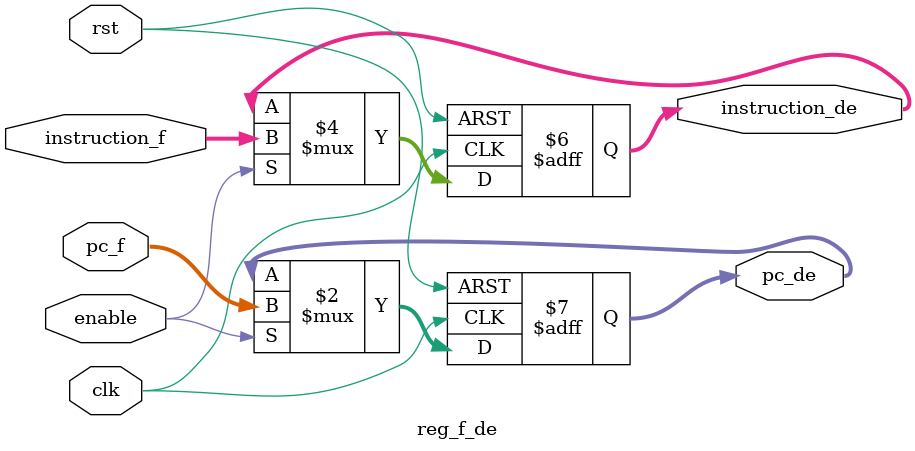
<source format=sv>
module reg_f_de
(
    input logic rst, clk, enable,
    input logic [31:0] instruction_f, pc_f,
    output logic [31:0] instruction_de, pc_de
);

    always_ff @(posedge clk or posedge rst)
    begin
        if (rst)
        begin
            instruction_de <= 32'h00000013;
            pc_de <= 0;
        end
        else if (enable)
        begin
            instruction_de <= instruction_f;
            pc_de <= pc_f;
        end
    end

endmodule

</source>
